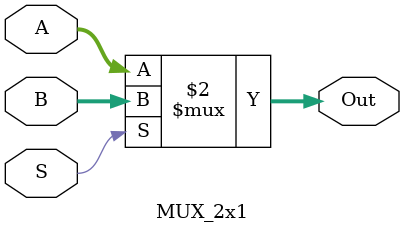
<source format=v>
`timescale 1ns / 1ps


module MUX_2x1(
    input [63:0] A,
    input [63:0] B,
    input S,
    output [63:0] Out
    );
    assign Out = (S == 1'b0) ? A : B;
endmodule

</source>
